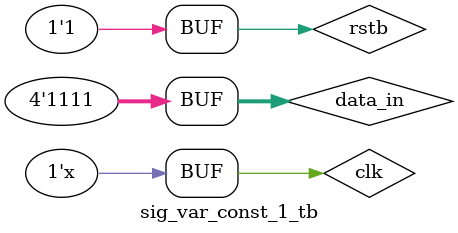
<source format=v>

module sig_var_const_1(data_out, rstb, clk, data_in);
output reg [3:0] data_out; // 4 bit
input rstb, clk;
input [3:0] data_in;
reg [3:0] sig_delay;

always @(posedge clk or negedge rstb)
if (!rstb) begin
    data_out <= 0;
    sig_delay <= 0;
end
else begin
    sig_delay <= data_in;
    data_out <= sig_delay; // º´·Ä ±¸Á¶
end
endmodule

// sig_var_cinst_1_tb.v
`timescale 1ns/1ns

module sig_var_const_1_tb;
wire [3:0] data_out;
reg rstb, clk;
reg [3:0] data_in;

sig_var_const_1 sig_var_const_1_tb0(
    .rstb(rstb),
    .clk(clk),
    .data_in(data_in),
    .data_out(data_out)
);

initial
begin
    clk = 0;
    rstb = 0;
    data_in = 1;
    #10 data_in = 2;
    #5 rstb = 1;
    #10 data_in = 3;
    #10 data_in = 4;
    #10 data_in = 5;
    #10 data_in = 6;
    #10 data_in = 7;
    #10 data_in = 8;
    #10 data_in = 9;
    #10 data_in = 10;
    #10 data_in = 11;
    #10 data_in = 12;
    #10 data_in = 13;
    #10 data_in = 14;
    #10 data_in = 15;

end

always #5 clk = ~clk;

endmodule
</source>
